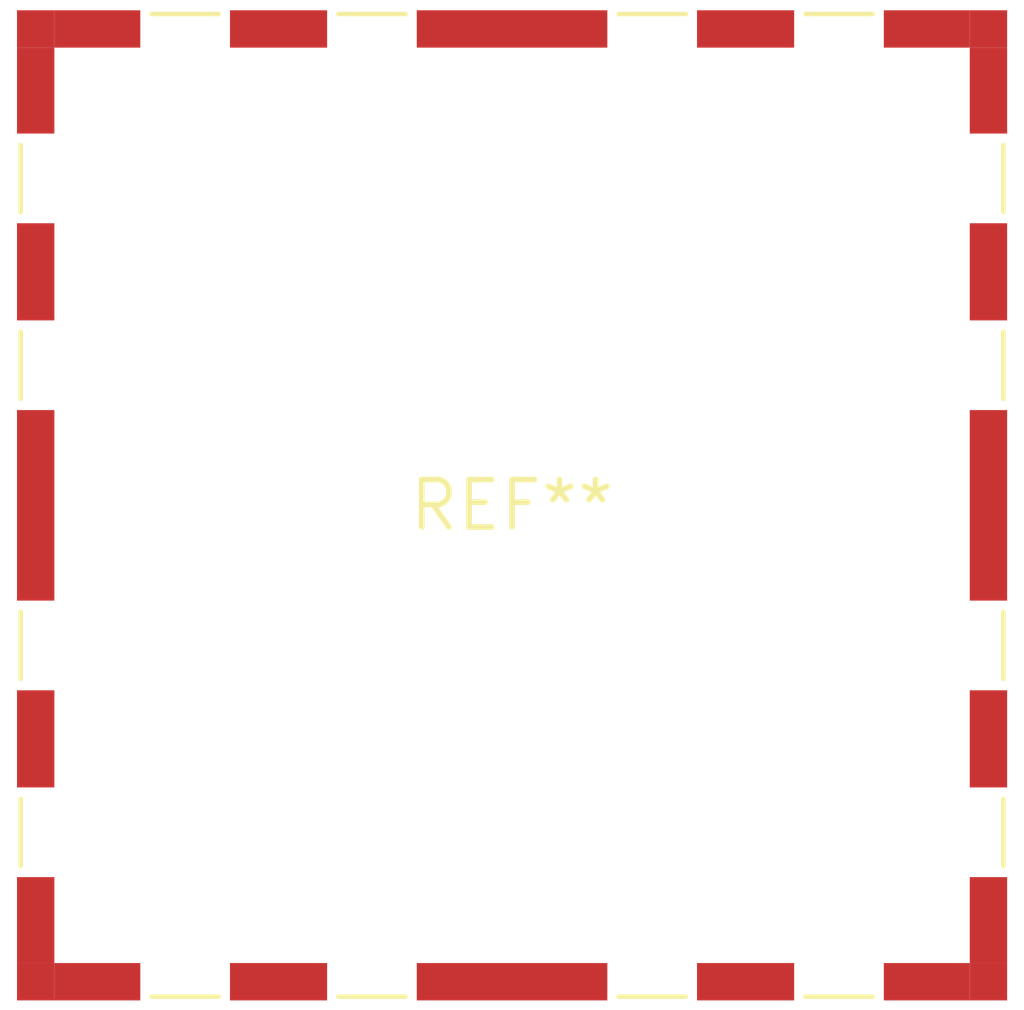
<source format=kicad_pcb>
(kicad_pcb (version 20240108) (generator pcbnew)
  (layers (0 "F.Cu" signal) (31 "B.Cu" signal) (34 "B.Paste" user) (35 "F.Paste" user) (36 "B.SilkS" user "B.Silkscreen") (37 "F.SilkS" user "F.Silkscreen") (38 "B.Mask" user) (39 "F.Mask" user) (44 "Edge.Cuts" user))
  (net 0 "")
  (footprint "Wuerth_36103255_25x25mm" (layer "F.Cu") (at 0 0)
    (property "Reference" "REF**")
    (property "Value" "Wuerth_36103255_25x25mm")
    (fp_line (start -13.15 -9.65) (end -13.15 -7.85) (layer "F.SilkS") (stroke (width 0.12)))
    (fp_line (start -13.15 -4.65) (end -13.15 -2.85) (layer "F.SilkS") (stroke (width 0.12)))
    (fp_line (start -13.15 2.85) (end -13.15 4.65) (layer "F.SilkS") (stroke (width 0.12)))
    (fp_line (start -13.15 7.85) (end -13.15 9.65) (layer "F.SilkS") (stroke (width 0.12)))
    (fp_line (start -9.65 -13.15) (end -7.85 -13.15) (layer "F.SilkS") (stroke (width 0.12)))
    (fp_line (start -9.65 13.15) (end -7.85 13.15) (layer "F.SilkS") (stroke (width 0.12)))
    (fp_line (start -4.65 -13.15) (end -2.85 -13.15) (layer "F.SilkS") (stroke (width 0.12)))
    (fp_line (start -4.65 13.15) (end -2.85 13.15) (layer "F.SilkS") (stroke (width 0.12)))
    (fp_line (start 2.85 -13.15) (end 4.65 -13.15) (layer "F.SilkS") (stroke (width 0.12)))
    (fp_line (start 2.85 13.15) (end 4.65 13.15) (layer "F.SilkS") (stroke (width 0.12)))
    (fp_line (start 7.85 -13.15) (end 9.65 -13.15) (layer "F.SilkS") (stroke (width 0.12)))
    (fp_line (start 7.85 13.15) (end 9.65 13.15) (layer "F.SilkS") (stroke (width 0.12)))
    (fp_line (start 13.15 -9.65) (end 13.15 -7.85) (layer "F.SilkS") (stroke (width 0.12)))
    (fp_line (start 13.15 -4.65) (end 13.15 -2.85) (layer "F.SilkS") (stroke (width 0.12)))
    (fp_line (start 13.15 2.85) (end 13.15 4.65) (layer "F.SilkS") (stroke (width 0.12)))
    (fp_line (start 13.15 7.85) (end 13.15 9.65) (layer "F.SilkS") (stroke (width 0.12)))
    (pad "1" smd rect (at -12.75 -12.75) (size 1 1) (layers "F.Cu" "F.Paste" "F.Mask"))
    (pad "1" smd rect (at -12.75 -11.1) (size 1 2.3) (layers "F.Cu" "F.Paste" "F.Mask"))
    (pad "1" smd rect (at -12.75 -6.25) (size 1 2.6) (layers "F.Cu" "F.Paste" "F.Mask"))
    (pad "1" smd rect (at -12.75 0) (size 1 5.1) (layers "F.Cu" "F.Paste" "F.Mask"))
    (pad "1" smd rect (at -12.75 6.25) (size 1 2.6) (layers "F.Cu" "F.Paste" "F.Mask"))
    (pad "1" smd rect (at -12.75 11.1) (size 1 2.3) (layers "F.Cu" "F.Paste" "F.Mask"))
    (pad "1" smd rect (at -12.75 12.75) (size 1 1) (layers "F.Cu" "F.Paste" "F.Mask"))
    (pad "1" smd rect (at -11.1 -12.75) (size 2.3 1) (layers "F.Cu" "F.Paste" "F.Mask"))
    (pad "1" smd rect (at -11.1 12.75) (size 2.3 1) (layers "F.Cu" "F.Paste" "F.Mask"))
    (pad "1" smd rect (at -6.25 -12.75) (size 2.6 1) (layers "F.Cu" "F.Paste" "F.Mask"))
    (pad "1" smd rect (at -6.25 12.75) (size 2.6 1) (layers "F.Cu" "F.Paste" "F.Mask"))
    (pad "1" smd rect (at 0 -12.75) (size 5.1 1) (layers "F.Cu" "F.Paste" "F.Mask"))
    (pad "1" smd rect (at 0 12.75) (size 5.1 1) (layers "F.Cu" "F.Paste" "F.Mask"))
    (pad "1" smd rect (at 6.25 -12.75) (size 2.6 1) (layers "F.Cu" "F.Paste" "F.Mask"))
    (pad "1" smd rect (at 6.25 12.75) (size 2.6 1) (layers "F.Cu" "F.Paste" "F.Mask"))
    (pad "1" smd rect (at 11.1 -12.75) (size 2.3 1) (layers "F.Cu" "F.Paste" "F.Mask"))
    (pad "1" smd rect (at 11.1 12.75) (size 2.3 1) (layers "F.Cu" "F.Paste" "F.Mask"))
    (pad "1" smd rect (at 12.75 -12.75) (size 1 1) (layers "F.Cu" "F.Paste" "F.Mask"))
    (pad "1" smd rect (at 12.75 -11.1) (size 1 2.3) (layers "F.Cu" "F.Paste" "F.Mask"))
    (pad "1" smd rect (at 12.75 -6.25) (size 1 2.6) (layers "F.Cu" "F.Paste" "F.Mask"))
    (pad "1" smd rect (at 12.75 0) (size 1 5.1) (layers "F.Cu" "F.Paste" "F.Mask"))
    (pad "1" smd rect (at 12.75 6.25) (size 1 2.6) (layers "F.Cu" "F.Paste" "F.Mask"))
    (pad "1" smd rect (at 12.75 11.1) (size 1 2.3) (layers "F.Cu" "F.Paste" "F.Mask"))
    (pad "1" smd rect (at 12.75 12.75) (size 1 1) (layers "F.Cu" "F.Paste" "F.Mask"))
  )
)
</source>
